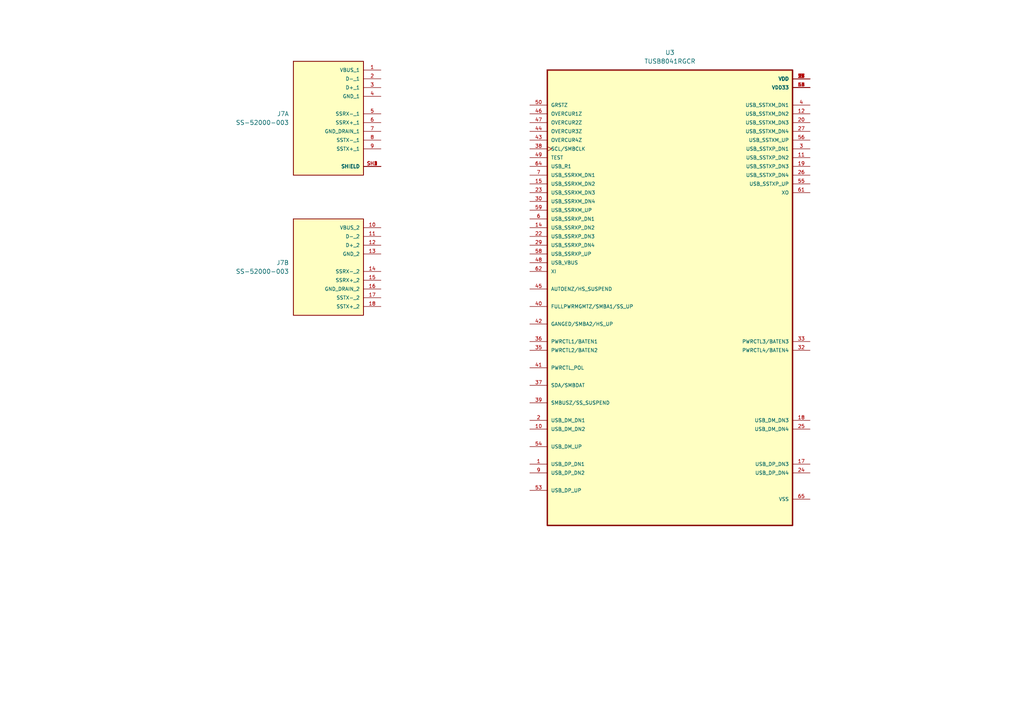
<source format=kicad_sch>
(kicad_sch (version 20231120) (generator "eeschema") (generator_version "8.0")
  (paper "A4")
  (lib_symbols
    (symbol "SS-52000-003:SS-52000-003" (pin_names (offset 1.016))
      (property "Reference" "J" (at -10.16 18.542 0))
      (property "Value" "SS-52000-003" (at -10.16 -17.78 0))
      (symbol "SS-52000-003_1_0"
        (rectangle (start -10.16 -15.24) (end 10.16 17.78) (stroke (width 0.254)) (fill (type background)))
        (pin power_in line (at -15.24 15.24 0) (length 5.08) (name "VBUS_1") (number "1"))
        (pin bidirectional line (at -15.24 12.7 0) (length 5.08) (name "D-_1") (number "2"))
        (pin bidirectional line (at -15.24 10.16 0) (length 5.08) (name "D+_1") (number "3"))
        (pin power_in line (at -15.24 7.62 0) (length 5.08) (name "GND_1") (number "4"))
        (pin bidirectional line (at -15.24 2.54 0) (length 5.08) (name "SSRX-_1") (number "5"))
        (pin bidirectional line (at -15.24 0 0) (length 5.08) (name "SSRX+_1") (number "6"))
        (pin power_in line (at -15.24 -2.54 0) (length 5.08) (name "GND_DRAIN_1") (number "7"))
        (pin bidirectional line (at -15.24 -5.08 0) (length 5.08) (name "SSTX-_1") (number "8"))
        (pin bidirectional line (at -15.24 -7.62 0) (length 5.08) (name "SSTX+_1") (number "9"))
        (pin passive line (at -15.24 -12.7 0) (length 5.08) (name "SHIELD") (number "SH1"))
        (pin passive line (at -15.24 -12.7 0) (length 5.08) (name "SHIELD") (number "SH2"))
        (pin passive line (at -15.24 -12.7 0) (length 5.08) (name "SHIELD") (number "SH3"))
        (pin passive line (at -15.24 -12.7 0) (length 5.08) (name "SHIELD") (number "SH4"))
      )
      (symbol "SS-52000-003_2_0"
        (rectangle (start -10.16 -12.7) (end 10.16 15.24) (stroke (width 0.254)) (fill (type background)))
        (pin power_in line (at -15.24 12.7 0) (length 5.08) (name "VBUS_2") (number "10"))
        (pin bidirectional line (at -15.24 10.16 0) (length 5.08) (name "D-_2") (number "11"))
        (pin bidirectional line (at -15.24 7.62 0) (length 5.08) (name "D+_2") (number "12"))
        (pin power_in line (at -15.24 5.08 0) (length 5.08) (name "GND_2") (number "13"))
        (pin bidirectional line (at -15.24 0 0) (length 5.08) (name "SSRX-_2") (number "14"))
        (pin bidirectional line (at -15.24 -2.54 0) (length 5.08) (name "SSRX+_2") (number "15"))
        (pin power_in line (at -15.24 -5.08 0) (length 5.08) (name "GND_DRAIN_2") (number "16"))
        (pin bidirectional line (at -15.24 -7.62 0) (length 5.08) (name "SSTX-_2") (number "17"))
        (pin bidirectional line (at -15.24 -10.16 0) (length 5.08) (name "SSTX+_2") (number "18"))
      )
    )
    (symbol "TUSB8041RGCR:TUSB8041RGCR" (pin_names (offset 1.016))
      (property "Reference" "U" (at -35.56 67.04 0))
      (property "Value" "TUSB8041RGCR" (at -35.56 -70.04 0))
      (symbol "TUSB8041RGCR_0_0"
        (rectangle (start -35.56 -66.04) (end 35.56 66.04) (stroke (width 0.41)) (fill (type background)))
        (pin bidirectional line (at -40.64 -48.26 0) (length 5.08) (name "USB_DP_DN1") (number "1"))
        (pin bidirectional line (at -40.64 -38.1 0) (length 5.08) (name "USB_DM_DN2") (number "10"))
        (pin output line (at 40.64 40.64 180) (length 5.08) (name "USB_SSTXP_DN2") (number "11"))
        (pin output line (at 40.64 53.34 180) (length 5.08) (name "USB_SSTXM_DN2") (number "12"))
        (pin power_in line (at 40.64 63.5 180) (length 5.08) (name "VDD") (number "13"))
        (pin input line (at -40.64 20.32 0) (length 5.08) (name "USB_SSRXP_DN2") (number "14"))
        (pin input line (at -40.64 33.02 0) (length 5.08) (name "USB_SSRXM_DN2") (number "15"))
        (pin power_in line (at 40.64 60.96 180) (length 5.08) (name "VDD33") (number "16"))
        (pin bidirectional line (at 40.64 -48.26 180) (length 5.08) (name "USB_DP_DN3") (number "17"))
        (pin bidirectional line (at 40.64 -35.56 180) (length 5.08) (name "USB_DM_DN3") (number "18"))
        (pin output line (at 40.64 38.1 180) (length 5.08) (name "USB_SSTXP_DN3") (number "19"))
        (pin bidirectional line (at -40.64 -35.56 0) (length 5.08) (name "USB_DM_DN1") (number "2"))
        (pin output line (at 40.64 50.8 180) (length 5.08) (name "USB_SSTXM_DN3") (number "20"))
        (pin power_in line (at 40.64 63.5 180) (length 5.08) (name "VDD") (number "21"))
        (pin input line (at -40.64 17.78 0) (length 5.08) (name "USB_SSRXP_DN3") (number "22"))
        (pin input line (at -40.64 30.48 0) (length 5.08) (name "USB_SSRXM_DN3") (number "23"))
        (pin bidirectional line (at 40.64 -50.8 180) (length 5.08) (name "USB_DP_DN4") (number "24"))
        (pin bidirectional line (at 40.64 -38.1 180) (length 5.08) (name "USB_DM_DN4") (number "25"))
        (pin output line (at 40.64 35.56 180) (length 5.08) (name "USB_SSTXP_DN4") (number "26"))
        (pin output line (at 40.64 48.26 180) (length 5.08) (name "USB_SSTXM_DN4") (number "27"))
        (pin power_in line (at 40.64 63.5 180) (length 5.08) (name "VDD") (number "28"))
        (pin input line (at -40.64 15.24 0) (length 5.08) (name "USB_SSRXP_DN4") (number "29"))
        (pin output line (at 40.64 43.18 180) (length 5.08) (name "USB_SSTXP_DN1") (number "3"))
        (pin input line (at -40.64 27.94 0) (length 5.08) (name "USB_SSRXM_DN4") (number "30"))
        (pin power_in line (at 40.64 63.5 180) (length 5.08) (name "VDD") (number "31"))
        (pin bidirectional line (at 40.64 -15.24 180) (length 5.08) (name "PWRCTL4/BATEN4") (number "32"))
        (pin bidirectional line (at 40.64 -12.7 180) (length 5.08) (name "PWRCTL3/BATEN3") (number "33"))
        (pin power_in line (at 40.64 60.96 180) (length 5.08) (name "VDD33") (number "34"))
        (pin bidirectional line (at -40.64 -15.24 0) (length 5.08) (name "PWRCTL2/BATEN2") (number "35"))
        (pin bidirectional line (at -40.64 -12.7 0) (length 5.08) (name "PWRCTL1/BATEN1") (number "36"))
        (pin bidirectional line (at -40.64 -25.4 0) (length 5.08) (name "SDA/SMBDAT") (number "37"))
        (pin input clock (at -40.64 43.18 0) (length 5.08) (name "SCL/SMBCLK") (number "38"))
        (pin bidirectional line (at -40.64 -30.48 0) (length 5.08) (name "SMBUSZ/SS_SUSPEND") (number "39"))
        (pin output line (at 40.64 55.88 180) (length 5.08) (name "USB_SSTXM_DN1") (number "4"))
        (pin bidirectional line (at -40.64 -2.54 0) (length 5.08) (name "FULLPWRMGMTZ/SMBA1/SS_UP") (number "40"))
        (pin bidirectional line (at -40.64 -20.32 0) (length 5.08) (name "PWRCTL_POL") (number "41"))
        (pin bidirectional line (at -40.64 -7.62 0) (length 5.08) (name "GANGED/SMBA2/HS_UP") (number "42"))
        (pin input line (at -40.64 45.72 0) (length 5.08) (name "OVERCUR4Z") (number "43"))
        (pin input line (at -40.64 48.26 0) (length 5.08) (name "OVERCUR3Z") (number "44"))
        (pin bidirectional line (at -40.64 2.54 0) (length 5.08) (name "AUTOENZ/HS_SUSPEND") (number "45"))
        (pin input line (at -40.64 53.34 0) (length 5.08) (name "OVERCUR1Z") (number "46"))
        (pin input line (at -40.64 50.8 0) (length 5.08) (name "OVERCUR2Z") (number "47"))
        (pin input line (at -40.64 10.16 0) (length 5.08) (name "USB_VBUS") (number "48"))
        (pin input line (at -40.64 40.64 0) (length 5.08) (name "TEST") (number "49"))
        (pin power_in line (at 40.64 63.5 180) (length 5.08) (name "VDD") (number "5"))
        (pin input line (at -40.64 55.88 0) (length 5.08) (name "GRSTZ") (number "50"))
        (pin power_in line (at 40.64 63.5 180) (length 5.08) (name "VDD") (number "51"))
        (pin power_in line (at 40.64 60.96 180) (length 5.08) (name "VDD33") (number "52"))
        (pin bidirectional line (at -40.64 -55.88 0) (length 5.08) (name "USB_DP_UP") (number "53"))
        (pin bidirectional line (at -40.64 -43.18 0) (length 5.08) (name "USB_DM_UP") (number "54"))
        (pin output line (at 40.64 33.02 180) (length 5.08) (name "USB_SSTXP_UP") (number "55"))
        (pin output line (at 40.64 45.72 180) (length 5.08) (name "USB_SSTXM_UP") (number "56"))
        (pin power_in line (at 40.64 63.5 180) (length 5.08) (name "VDD") (number "57"))
        (pin input line (at -40.64 12.7 0) (length 5.08) (name "USB_SSRXP_UP") (number "58"))
        (pin input line (at -40.64 25.4 0) (length 5.08) (name "USB_SSRXM_UP") (number "59"))
        (pin input line (at -40.64 22.86 0) (length 5.08) (name "USB_SSRXP_DN1") (number "6"))
        (pin output line (at 40.64 30.48 180) (length 5.08) (name "XO") (number "61"))
        (pin input line (at -40.64 7.62 0) (length 5.08) (name "XI") (number "62"))
        (pin power_in line (at 40.64 60.96 180) (length 5.08) (name "VDD33") (number "63"))
        (pin input line (at -40.64 38.1 0) (length 5.08) (name "USB_R1") (number "64"))
        (pin power_in line (at 40.64 -58.42 180) (length 5.08) (name "VSS") (number "65"))
        (pin input line (at -40.64 35.56 0) (length 5.08) (name "USB_SSRXM_DN1") (number "7"))
        (pin power_in line (at 40.64 63.5 180) (length 5.08) (name "VDD") (number "8"))
        (pin bidirectional line (at -40.64 -50.8 0) (length 5.08) (name "USB_DP_DN2") (number "9"))
      )
    )
  )
  (symbol (lib_id "TUSB8041RGCR:TUSB8041RGCR") (at 194.31 86.36 0) (unit 1)
    (property "Reference" "U3" (at 194.31 15.24 0))
    (property "Value" "TUSB8041RGCR" (at 194.31 17.78 0))
    (property "Footprint" "TUSB8041RGCR:QFN50P900X900X100-65N" (effects (hide yes)))
    (property "MF" "Texas Instruments" (effects (hide yes)))
    (property "Description_1" "\n                        \n                            4-port 5-Gbps SuperSpeed USB 3.0 hub\n                        \n" (effects (hide yes)))
    (property "Package" "QFN-64 Texas Instruments" (effects (hide yes)))
    (property "Price" "None" (effects (hide yes)))
    (property "SnapEDA_Link" "https://www.snapeda.com/parts/TUSB8041RGCR/Texas+Instruments/view-part/?ref=snap" (effects (hide yes)))
    (property "MP" "TUSB8041RGCR" (effects (hide yes)))
    (property "Availability" "In Stock" (effects (hide yes)))
    (property "Check_prices" "https://www.snapeda.com/parts/TUSB8041RGCR/Texas+Instruments/view-part/?ref=eda" (effects (hide yes)))
  )
  (symbol (lib_id "SS-52000-003:SS-52000-003") (at 95.25 35.56 0) (mirror y) (unit 1)
    (property "Reference" "J7" (at 83.82 33.0199 0) (effects (justify left)))
    (property "Value" "SS-52000-003" (at 83.82 35.5599 0) (effects (justify left)))
    (property "Footprint" "SS-52000-003:STEWART_SS-52000-003" (effects (hide yes)))
    (property "MF" "Bel Fuse" (effects (hide yes)))
    (property "MAXIMUM_PACKAGE_HEIGHT" "16.00mm" (effects (hide yes)))
    (property "Package" "None" (effects (hide yes)))
    (property "Price" "None" (effects (hide yes)))
    (property "Check_prices" "https://www.snapeda.com/parts/SS-52000-003/Bel+Circuit+Protection/view-part/?ref=eda" (effects (hide yes)))
    (property "STANDARD" "Manufacturer Recommendations" (effects (hide yes)))
    (property "PARTREV" "A0" (effects (hide yes)))
    (property "SnapEDA_Link" "https://www.snapeda.com/parts/SS-52000-003/Bel+Circuit+Protection/view-part/?ref=snap" (effects (hide yes)))
    (property "MP" "SS-52000-003" (effects (hide yes)))
    (property "Description_1" "\n                        \n                            USB 3.0 - A Connector | 2 Port | Stacked Right Angle Receptacle | Shielded\n                        \n" (effects (hide yes)))
    (property "Availability" "In Stock" (effects (hide yes)))
    (property "MANUFACTURER" "Stewart Connector" (effects (hide yes)))
  )
  (symbol (lib_id "SS-52000-003:SS-52000-003") (at 95.25 78.74 0) (mirror y) (unit 2)
    (property "Reference" "J7" (at 83.82 76.1999 0) (effects (justify left)))
    (property "Value" "SS-52000-003" (at 83.82 78.7399 0) (effects (justify left)))
    (property "Footprint" "SS-52000-003:STEWART_SS-52000-003" (effects (hide yes)))
    (property "MF" "Bel Fuse" (effects (hide yes)))
    (property "MAXIMUM_PACKAGE_HEIGHT" "16.00mm" (effects (hide yes)))
    (property "Package" "None" (effects (hide yes)))
    (property "Price" "None" (effects (hide yes)))
    (property "Check_prices" "https://www.snapeda.com/parts/SS-52000-003/Bel+Circuit+Protection/view-part/?ref=eda" (effects (hide yes)))
    (property "STANDARD" "Manufacturer Recommendations" (effects (hide yes)))
    (property "PARTREV" "A0" (effects (hide yes)))
    (property "SnapEDA_Link" "https://www.snapeda.com/parts/SS-52000-003/Bel+Circuit+Protection/view-part/?ref=snap" (effects (hide yes)))
    (property "MP" "SS-52000-003" (effects (hide yes)))
    (property "Description_1" "\n                        \n                            USB 3.0 - A Connector | 2 Port | Stacked Right Angle Receptacle | Shielded\n                        \n" (effects (hide yes)))
    (property "Availability" "In Stock" (effects (hide yes)))
    (property "MANUFACTURER" "Stewart Connector" (effects (hide yes)))
  )
)
</source>
